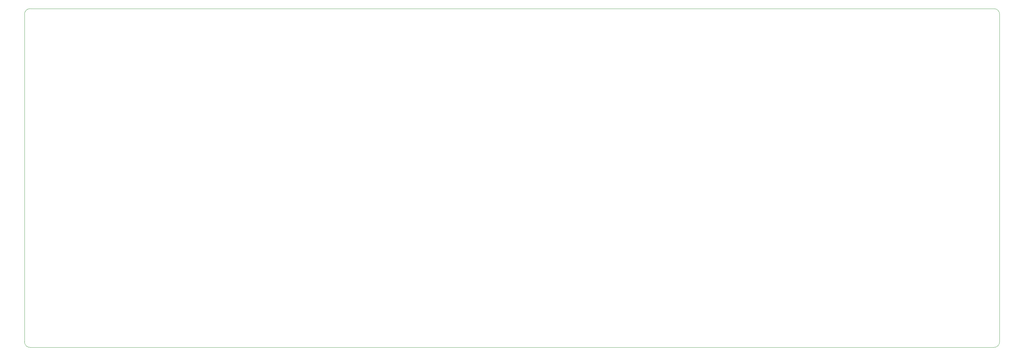
<source format=gm1>
G04 #@! TF.GenerationSoftware,KiCad,Pcbnew,(5.1.4)-1*
G04 #@! TF.CreationDate,2023-05-14T00:18:44+08:00*
G04 #@! TF.ProjectId,chevron,63686576-726f-46e2-9e6b-696361645f70,rev?*
G04 #@! TF.SameCoordinates,Original*
G04 #@! TF.FileFunction,Profile,NP*
%FSLAX46Y46*%
G04 Gerber Fmt 4.6, Leading zero omitted, Abs format (unit mm)*
G04 Created by KiCad (PCBNEW (5.1.4)-1) date 2023-05-14 00:18:44*
%MOMM*%
%LPD*%
G04 APERTURE LIST*
%ADD10C,0.050000*%
G04 APERTURE END LIST*
D10*
X265113168Y9525024D02*
X-7937520Y9525024D01*
X266700672Y7937520D02*
X266700672Y-84931464D01*
X-9525024Y-84931464D02*
X-9525024Y7937520D01*
X265113168Y-86518968D02*
X-7937500Y-86518968D01*
X266700672Y-84931464D02*
G75*
G02X265113168Y-86518968I-1587504J0D01*
G01*
X-7937520Y-86518968D02*
G75*
G02X-9525024Y-84931464I0J1587504D01*
G01*
X265113168Y9525024D02*
G75*
G02X266700672Y7937520I0J-1587504D01*
G01*
X-9525024Y7937520D02*
G75*
G02X-7937520Y9525024I1587504J0D01*
G01*
M02*

</source>
